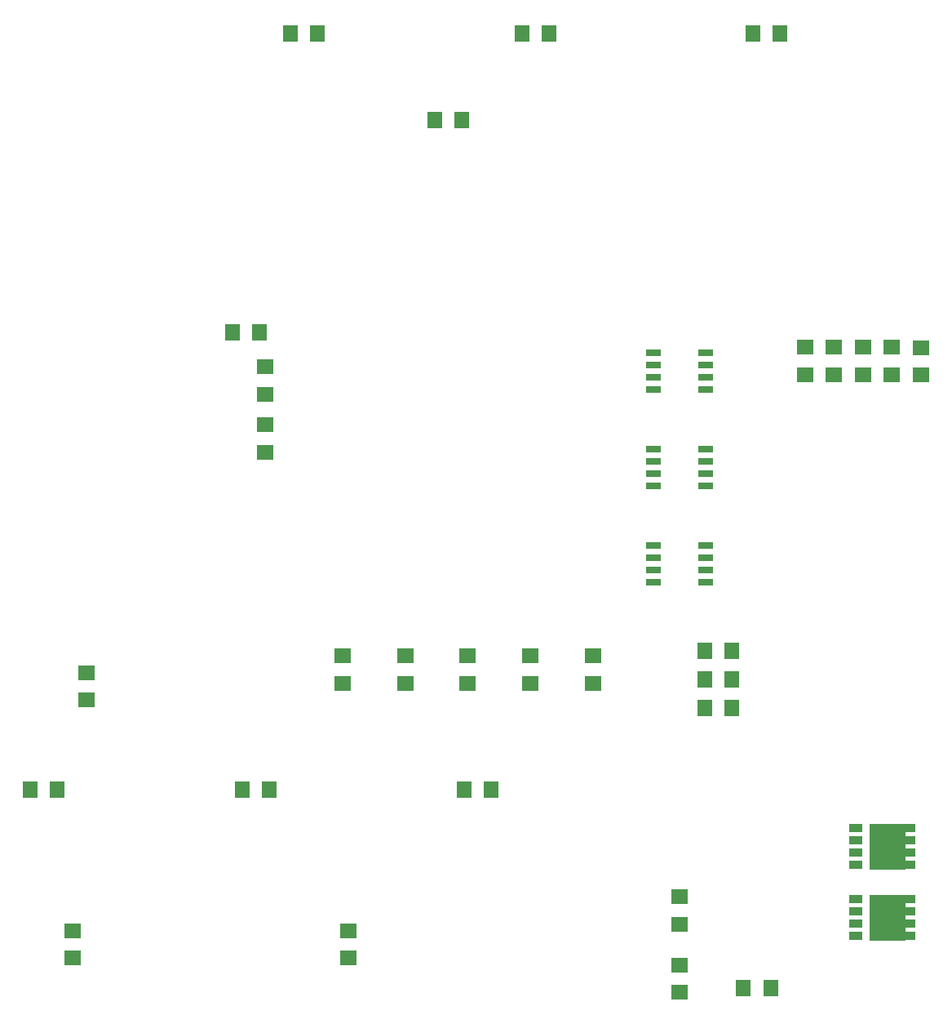
<source format=gbr>
G04 EAGLE Gerber RS-274X export*
G75*
%MOMM*%
%FSLAX34Y34*%
%LPD*%
%INSolderpaste Top*%
%IPPOS*%
%AMOC8*
5,1,8,0,0,1.08239X$1,22.5*%
G01*
%ADD10R,1.800000X1.600000*%
%ADD11R,1.600000X1.800000*%
%ADD12R,1.803000X1.600000*%
%ADD13R,1.600000X1.803000*%
%ADD14R,1.450000X0.850000*%
%ADD15R,1.050000X0.850000*%
%ADD16R,3.750000X4.700000*%
%ADD17R,1.525000X0.700000*%


D10*
X720000Y84000D03*
X720000Y56000D03*
D11*
X344000Y1050000D03*
X316000Y1050000D03*
X584000Y1050000D03*
X556000Y1050000D03*
X824000Y1050000D03*
X796000Y1050000D03*
X46000Y266000D03*
X74000Y266000D03*
X266000Y266000D03*
X294000Y266000D03*
X496000Y266000D03*
X524000Y266000D03*
D10*
X90000Y119000D03*
X90000Y91000D03*
X376000Y119000D03*
X376000Y91000D03*
X970000Y696000D03*
X970000Y724000D03*
X104000Y358600D03*
X104000Y386600D03*
D11*
X256000Y740000D03*
X284000Y740000D03*
X466000Y960000D03*
X494000Y960000D03*
D12*
X630000Y404220D03*
X630000Y375780D03*
X565000Y404220D03*
X565000Y375780D03*
X500000Y404220D03*
X500000Y375780D03*
X435000Y404220D03*
X435000Y375780D03*
X370000Y404220D03*
X370000Y375780D03*
D13*
X785780Y60000D03*
X814220Y60000D03*
D12*
X720000Y126080D03*
X720000Y154520D03*
D13*
X774220Y410000D03*
X745780Y410000D03*
X774220Y380000D03*
X745780Y380000D03*
X774220Y350000D03*
X745780Y350000D03*
D12*
X850000Y724220D03*
X850000Y695780D03*
X880000Y724220D03*
X880000Y695780D03*
X910000Y724220D03*
X910000Y695780D03*
X940000Y724220D03*
X940000Y695780D03*
X290000Y704220D03*
X290000Y675780D03*
X290000Y644220D03*
X290000Y615780D03*
D14*
X902500Y225850D03*
X902500Y213150D03*
X902500Y200450D03*
X902500Y187750D03*
D15*
X959500Y187750D03*
X959500Y200450D03*
X959500Y213150D03*
X959500Y225850D03*
D16*
X935500Y206800D03*
D14*
X902500Y152050D03*
X902500Y139350D03*
X902500Y126650D03*
X902500Y113950D03*
D15*
X959500Y113950D03*
X959500Y126650D03*
X959500Y139350D03*
X959500Y152050D03*
D16*
X935500Y133000D03*
D17*
X747120Y480950D03*
X747120Y493650D03*
X747120Y506350D03*
X747120Y519050D03*
X692880Y519050D03*
X692880Y506350D03*
X692880Y493650D03*
X692880Y480950D03*
X747120Y580950D03*
X747120Y593650D03*
X747120Y606350D03*
X747120Y619050D03*
X692880Y619050D03*
X692880Y606350D03*
X692880Y593650D03*
X692880Y580950D03*
X747120Y680950D03*
X747120Y693650D03*
X747120Y706350D03*
X747120Y719050D03*
X692880Y719050D03*
X692880Y706350D03*
X692880Y693650D03*
X692880Y680950D03*
M02*

</source>
